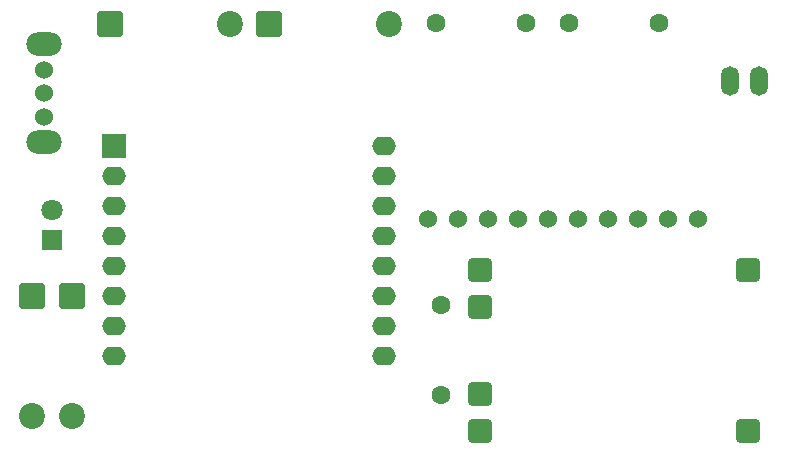
<source format=gbr>
%TF.GenerationSoftware,KiCad,Pcbnew,9.0.2*%
%TF.CreationDate,2025-06-18T17:22:37-04:00*%
%TF.ProjectId,CVISS_IMU_Tracker_Board,43564953-535f-4494-9d55-5f547261636b,rev?*%
%TF.SameCoordinates,Original*%
%TF.FileFunction,Soldermask,Top*%
%TF.FilePolarity,Negative*%
%FSLAX46Y46*%
G04 Gerber Fmt 4.6, Leading zero omitted, Abs format (unit mm)*
G04 Created by KiCad (PCBNEW 9.0.2) date 2025-06-18 17:22:37*
%MOMM*%
%LPD*%
G01*
G04 APERTURE LIST*
G04 Aperture macros list*
%AMRoundRect*
0 Rectangle with rounded corners*
0 $1 Rounding radius*
0 $2 $3 $4 $5 $6 $7 $8 $9 X,Y pos of 4 corners*
0 Add a 4 corners polygon primitive as box body*
4,1,4,$2,$3,$4,$5,$6,$7,$8,$9,$2,$3,0*
0 Add four circle primitives for the rounded corners*
1,1,$1+$1,$2,$3*
1,1,$1+$1,$4,$5*
1,1,$1+$1,$6,$7*
1,1,$1+$1,$8,$9*
0 Add four rect primitives between the rounded corners*
20,1,$1+$1,$2,$3,$4,$5,0*
20,1,$1+$1,$4,$5,$6,$7,0*
20,1,$1+$1,$6,$7,$8,$9,0*
20,1,$1+$1,$8,$9,$2,$3,0*%
G04 Aperture macros list end*
%ADD10C,1.530000*%
%ADD11RoundRect,0.300000X-0.700000X-0.700000X0.700000X-0.700000X0.700000X0.700000X-0.700000X0.700000X0*%
%ADD12O,3.000000X2.000000*%
%ADD13C,2.200000*%
%ADD14RoundRect,0.249999X-0.850001X-0.850001X0.850001X-0.850001X0.850001X0.850001X-0.850001X0.850001X0*%
%ADD15C,1.600000*%
%ADD16RoundRect,0.249999X-0.850001X0.850001X-0.850001X-0.850001X0.850001X-0.850001X0.850001X0.850001X0*%
%ADD17R,2.000000X2.000000*%
%ADD18O,2.000000X1.600000*%
%ADD19O,1.500000X2.500000*%
%ADD20R,1.800000X1.800000*%
%ADD21C,1.800000*%
G04 APERTURE END LIST*
D10*
%TO.C,U2*%
X181280000Y-102700000D03*
X178740000Y-102700000D03*
X176200000Y-102700000D03*
X173660000Y-102700000D03*
X171120000Y-102700000D03*
X168580000Y-102700000D03*
X166040000Y-102700000D03*
X163500000Y-102700000D03*
X160960000Y-102700000D03*
X158420000Y-102700000D03*
%TD*%
D11*
%TO.C,U3*%
X185585000Y-107005000D03*
X185585000Y-120705000D03*
X162885000Y-107005000D03*
X162885000Y-110205000D03*
X162885000Y-117505000D03*
X162885000Y-120705000D03*
%TD*%
D12*
%TO.C,SW1*%
X125910000Y-87930000D03*
D10*
X125910000Y-90080000D03*
D12*
X125910000Y-96230000D03*
D10*
X125910000Y-94080000D03*
X125910000Y-92080000D03*
%TD*%
D13*
%TO.C,D8*%
X141730000Y-86200000D03*
D14*
X131570000Y-86200000D03*
%TD*%
D15*
%TO.C,R2*%
X159150000Y-86100000D03*
X166770000Y-86100000D03*
%TD*%
D16*
%TO.C,D7*%
X128300000Y-109280000D03*
D13*
X128300000Y-119440000D03*
%TD*%
D17*
%TO.C,U1*%
X131905000Y-96570000D03*
D18*
X131905000Y-99110000D03*
X131905000Y-101650000D03*
X131905000Y-104190000D03*
X131905000Y-106730000D03*
X131905000Y-109270000D03*
X131905000Y-111810000D03*
X131905000Y-114350000D03*
X154765000Y-114350000D03*
X154765000Y-111810000D03*
X154765000Y-109270000D03*
X154765000Y-106730000D03*
X154765000Y-104190000D03*
X154765000Y-101650000D03*
X154765000Y-99110000D03*
X154765000Y-96570000D03*
%TD*%
D15*
%TO.C,R4*%
X159520000Y-117600000D03*
X159520000Y-109980000D03*
%TD*%
D14*
%TO.C,D1*%
X144990000Y-86210000D03*
D13*
X155150000Y-86210000D03*
%TD*%
D16*
%TO.C,D6*%
X124910000Y-109280000D03*
D13*
X124910000Y-119440000D03*
%TD*%
D15*
%TO.C,R1*%
X170420000Y-86100000D03*
X178040000Y-86100000D03*
%TD*%
D19*
%TO.C,U4*%
X186490000Y-91040000D03*
X183990000Y-91040000D03*
%TD*%
D20*
%TO.C,D9*%
X126590000Y-104505000D03*
D21*
X126590000Y-101965000D03*
%TD*%
M02*

</source>
